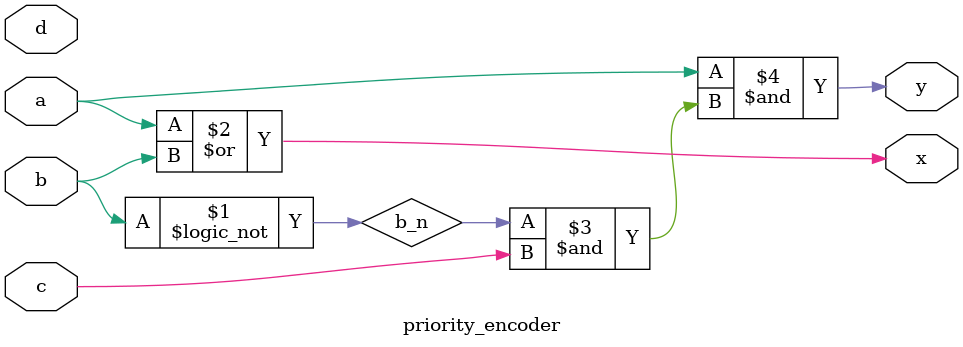
<source format=sv>
/**
 * @brief Design of a 2-bit priority encoder.
 *
 * @param {a,b,c,d} 1-bit inputs.
 * @param {x,y}     1-bit outputs.
 *
 * @note The encoder operates like this:
 *           - a = 1               => {x,y} = {1,1}
 *           - a = 0, b = 1        => {x,y} = {1,0}
 *           - a = 0, b = 0, c = 1 => {x,y} = {0,1}
 *           - a = 0, b = 0, c = 0 => {x,y} = {0,0}
 */
module priority_encoder(input logic a, b, c, d, output logic x, y);
    assign b_n = !b;          // Assign b' = !b.
    assign x = a | b;         // Assign x = a + b.
    assign y = a & (b_n & c); // Assign y = a + b'c.
endmodule 
</source>
